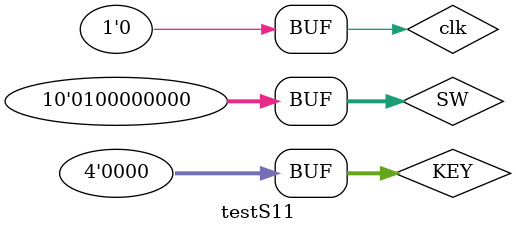
<source format=v>
`timescale 1ns/1ns

module testS11;
	reg clk = 0;
	reg [9:0]SW = 0;
	reg [3:0]KEY = 0;

	wire [9:0]LEDR;
	wire [6:0]HEX0;
	wire [6:0]HEX1;
	wire [6:0]HEX2;
	wire [6:0]HEX3;
	wire [6:0]HEX4;
	wire [6:0]HEX5;
	
	MyComputer mc(clk, LEDR, SW, KEY, HEX0, HEX1, HEX2, HEX3, HEX4, HEX5);	
	
	initial begin
		repeat (300) #10 clk = !clk;
	end
	
	initial begin
		SW[8] = 1;
	end
endmodule

</source>
